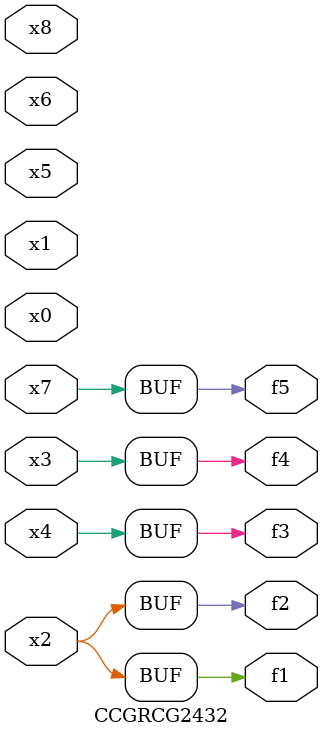
<source format=v>
module CCGRCG2432(
	input x0, x1, x2, x3, x4, x5, x6, x7, x8,
	output f1, f2, f3, f4, f5
);
	assign f1 = x2;
	assign f2 = x2;
	assign f3 = x4;
	assign f4 = x3;
	assign f5 = x7;
endmodule

</source>
